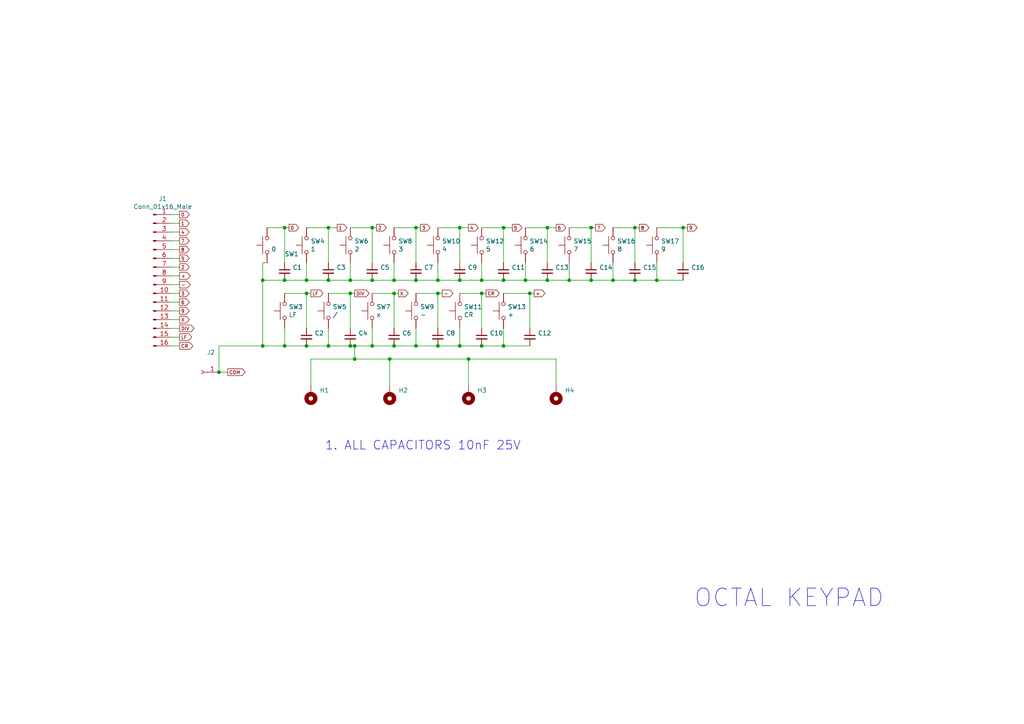
<source format=kicad_sch>
(kicad_sch (version 20211123) (generator eeschema)
  (paper "A4")
  (lib_symbols
    (symbol "Connector:Conn_01x01_Female" (pin_names (offset 1.016) hide)
      (property "Reference" "J" (at 0 2.54 0))
      (property "Value" "Conn_01x01_Female" (at 0 -2.54 0))
      (symbol "Conn_01x01_Female_1_1"
        (polyline (pts (xy -1.27 0) (xy -0.508 0)) (stroke (width 0.1524)))
        (arc (start 0 0.508) (mid -0.508 0) (end 0 -0.508) (stroke (width 0.1524)))
        (pin passive line (at -5.08 0 0) (length 3.81) (name "Pin_1") (number "1"))
      )
    )
    (symbol "Connector:Conn_01x16_Male" (pin_names (offset 1.016) hide)
      (property "Reference" "J" (at 0 20.32 0))
      (property "Value" "Conn_01x16_Male" (at 0 -22.86 0))
      (symbol "Conn_01x16_Male_1_1"
        (polyline (pts (xy 1.27 -20.32) (xy 0.8636 -20.32)) (stroke (width 0.1524)))
        (polyline (pts (xy 1.27 -17.78) (xy 0.8636 -17.78)) (stroke (width 0.1524)))
        (polyline (pts (xy 1.27 -15.24) (xy 0.8636 -15.24)) (stroke (width 0.1524)))
        (polyline (pts (xy 1.27 -12.7) (xy 0.8636 -12.7)) (stroke (width 0.1524)))
        (polyline (pts (xy 1.27 -10.16) (xy 0.8636 -10.16)) (stroke (width 0.1524)))
        (polyline (pts (xy 1.27 -7.62) (xy 0.8636 -7.62)) (stroke (width 0.1524)))
        (polyline (pts (xy 1.27 -5.08) (xy 0.8636 -5.08)) (stroke (width 0.1524)))
        (polyline (pts (xy 1.27 -2.54) (xy 0.8636 -2.54)) (stroke (width 0.1524)))
        (polyline (pts (xy 1.27 0) (xy 0.8636 0)) (stroke (width 0.1524)))
        (polyline (pts (xy 1.27 2.54) (xy 0.8636 2.54)) (stroke (width 0.1524)))
        (polyline (pts (xy 1.27 5.08) (xy 0.8636 5.08)) (stroke (width 0.1524)))
        (polyline (pts (xy 1.27 7.62) (xy 0.8636 7.62)) (stroke (width 0.1524)))
        (polyline (pts (xy 1.27 10.16) (xy 0.8636 10.16)) (stroke (width 0.1524)))
        (polyline (pts (xy 1.27 12.7) (xy 0.8636 12.7)) (stroke (width 0.1524)))
        (polyline (pts (xy 1.27 15.24) (xy 0.8636 15.24)) (stroke (width 0.1524)))
        (polyline (pts (xy 1.27 17.78) (xy 0.8636 17.78)) (stroke (width 0.1524)))
        (rectangle (start 0.8636 -20.193) (end 0 -20.447) (stroke (width 0.1524)) (fill (type outline)))
        (rectangle (start 0.8636 -17.653) (end 0 -17.907) (stroke (width 0.1524)) (fill (type outline)))
        (rectangle (start 0.8636 -15.113) (end 0 -15.367) (stroke (width 0.1524)) (fill (type outline)))
        (rectangle (start 0.8636 -12.573) (end 0 -12.827) (stroke (width 0.1524)) (fill (type outline)))
        (rectangle (start 0.8636 -10.033) (end 0 -10.287) (stroke (width 0.1524)) (fill (type outline)))
        (rectangle (start 0.8636 -7.493) (end 0 -7.747) (stroke (width 0.1524)) (fill (type outline)))
        (rectangle (start 0.8636 -4.953) (end 0 -5.207) (stroke (width 0.1524)) (fill (type outline)))
        (rectangle (start 0.8636 -2.413) (end 0 -2.667) (stroke (width 0.1524)) (fill (type outline)))
        (rectangle (start 0.8636 0.127) (end 0 -0.127) (stroke (width 0.1524)) (fill (type outline)))
        (rectangle (start 0.8636 2.667) (end 0 2.413) (stroke (width 0.1524)) (fill (type outline)))
        (rectangle (start 0.8636 5.207) (end 0 4.953) (stroke (width 0.1524)) (fill (type outline)))
        (rectangle (start 0.8636 7.747) (end 0 7.493) (stroke (width 0.1524)) (fill (type outline)))
        (rectangle (start 0.8636 10.287) (end 0 10.033) (stroke (width 0.1524)) (fill (type outline)))
        (rectangle (start 0.8636 12.827) (end 0 12.573) (stroke (width 0.1524)) (fill (type outline)))
        (rectangle (start 0.8636 15.367) (end 0 15.113) (stroke (width 0.1524)) (fill (type outline)))
        (rectangle (start 0.8636 17.907) (end 0 17.653) (stroke (width 0.1524)) (fill (type outline)))
        (pin passive line (at 5.08 17.78 180) (length 3.81) (name "Pin_1") (number "1"))
        (pin passive line (at 5.08 -5.08 180) (length 3.81) (name "Pin_10") (number "10"))
        (pin passive line (at 5.08 -7.62 180) (length 3.81) (name "Pin_11") (number "11"))
        (pin passive line (at 5.08 -10.16 180) (length 3.81) (name "Pin_12") (number "12"))
        (pin passive line (at 5.08 -12.7 180) (length 3.81) (name "Pin_13") (number "13"))
        (pin passive line (at 5.08 -15.24 180) (length 3.81) (name "Pin_14") (number "14"))
        (pin passive line (at 5.08 -17.78 180) (length 3.81) (name "Pin_15") (number "15"))
        (pin passive line (at 5.08 -20.32 180) (length 3.81) (name "Pin_16") (number "16"))
        (pin passive line (at 5.08 15.24 180) (length 3.81) (name "Pin_2") (number "2"))
        (pin passive line (at 5.08 12.7 180) (length 3.81) (name "Pin_3") (number "3"))
        (pin passive line (at 5.08 10.16 180) (length 3.81) (name "Pin_4") (number "4"))
        (pin passive line (at 5.08 7.62 180) (length 3.81) (name "Pin_5") (number "5"))
        (pin passive line (at 5.08 5.08 180) (length 3.81) (name "Pin_6") (number "6"))
        (pin passive line (at 5.08 2.54 180) (length 3.81) (name "Pin_7") (number "7"))
        (pin passive line (at 5.08 0 180) (length 3.81) (name "Pin_8") (number "8"))
        (pin passive line (at 5.08 -2.54 180) (length 3.81) (name "Pin_9") (number "9"))
      )
    )
    (symbol "Device:C_Small" (pin_numbers hide) (pin_names (offset 0.254) hide)
      (property "Reference" "C" (at 0.254 1.778 0))
      (property "Value" "C_Small" (at 0.254 -2.032 0))
      (symbol "C_Small_0_1"
        (polyline (pts (xy -1.524 -0.508) (xy 1.524 -0.508)) (stroke (width 0.3302)))
        (polyline (pts (xy -1.524 0.508) (xy 1.524 0.508)) (stroke (width 0.3048)))
      )
      (symbol "C_Small_1_1"
        (pin passive line (at 0 2.54 270) (length 2.032) (name "~") (number "1"))
        (pin passive line (at 0 -2.54 90) (length 2.032) (name "~") (number "2"))
      )
    )
    (symbol "Mechanical:MountingHole_Pad" (pin_numbers hide) (pin_names (offset 1.016) hide)
      (property "Reference" "H" (at 0 6.35 0))
      (property "Value" "MountingHole_Pad" (at 0 4.445 0))
      (symbol "MountingHole_Pad_0_1"
        (circle (center 0 1.27) (radius 1.27) (stroke (width 1.27)))
      )
      (symbol "MountingHole_Pad_1_1"
        (pin input line (at 0 -2.54 90) (length 2.54) (name "1") (number "1"))
      )
    )
    (symbol "Switch:SW_Push" (pin_numbers hide) (pin_names (offset 1.016) hide)
      (property "Reference" "SW" (at 1.27 2.54 0))
      (property "Value" "SW_Push" (at 0 -1.524 0))
      (symbol "SW_Push_0_1"
        (circle (center -2.032 0) (radius 0.508))
        (polyline (pts (xy 0 1.27) (xy 0 3.048)))
        (polyline (pts (xy 2.54 1.27) (xy -2.54 1.27)))
        (circle (center 2.032 0) (radius 0.508))
        (pin passive line (at -5.08 0 0) (length 2.54) (name "1") (number "1"))
        (pin passive line (at 5.08 0 180) (length 2.54) (name "2") (number "2"))
      )
    )
  )
  (junction (at 171.45 66.04))
  (junction (at 152.4 81.28))
  (junction (at 135.89 104.14))
  (junction (at 88.9 100.33))
  (junction (at 171.45 81.28))
  (junction (at 114.3 85.09))
  (junction (at 127 85.09))
  (junction (at 146.05 66.04))
  (junction (at 95.25 66.04))
  (junction (at 133.35 81.28))
  (junction (at 88.9 81.28))
  (junction (at 102.87 100.33))
  (junction (at 95.25 81.28))
  (junction (at 107.95 81.28))
  (junction (at 139.7 85.09))
  (junction (at 120.65 81.28))
  (junction (at 184.15 66.04))
  (junction (at 88.9 85.09))
  (junction (at 82.55 81.28))
  (junction (at 113.03 104.14))
  (junction (at 101.6 85.09))
  (junction (at 114.3 100.33))
  (junction (at 158.75 66.04))
  (junction (at 101.6 81.28))
  (junction (at 165.1 81.28))
  (junction (at 153.67 85.09))
  (junction (at 82.55 100.33))
  (junction (at 82.55 66.04))
  (junction (at 76.2 81.28))
  (junction (at 146.05 100.33))
  (junction (at 184.15 81.28))
  (junction (at 198.12 66.04))
  (junction (at 95.25 100.33))
  (junction (at 158.75 81.28))
  (junction (at 114.3 81.28))
  (junction (at 127 100.33))
  (junction (at 101.6 100.33))
  (junction (at 102.87 104.14))
  (junction (at 127 81.28))
  (junction (at 107.95 100.33))
  (junction (at 120.65 66.04))
  (junction (at 133.35 100.33))
  (junction (at 107.95 66.04))
  (junction (at 120.65 100.33))
  (junction (at 177.8 81.28))
  (junction (at 76.2 100.33))
  (junction (at 133.35 66.04))
  (junction (at 190.5 81.28))
  (junction (at 139.7 81.28))
  (junction (at 139.7 100.33))
  (junction (at 146.05 81.28))
  (junction (at 63.5 107.95))
  (wire (pts (xy 161.29 104.14) (xy 161.29 111.76)))
  (wire (pts (xy 127 76.2) (xy 127 81.28)))
  (wire (pts (xy 120.65 85.09) (xy 127 85.09)))
  (wire (pts (xy 184.15 81.28) (xy 190.5 81.28)))
  (wire (pts (xy 171.45 66.04) (xy 172.72 66.04)))
  (wire (pts (xy 114.3 95.25) (xy 114.3 85.09)))
  (wire (pts (xy 49.53 85.09) (xy 52.07 85.09)))
  (wire (pts (xy 198.12 81.28) (xy 190.5 81.28)))
  (wire (pts (xy 158.75 66.04) (xy 161.29 66.04)))
  (wire (pts (xy 135.89 104.14) (xy 161.29 104.14)))
  (wire (pts (xy 127 85.09) (xy 128.27 85.09)))
  (wire (pts (xy 165.1 66.04) (xy 171.45 66.04)))
  (wire (pts (xy 133.35 66.04) (xy 135.89 66.04)))
  (wire (pts (xy 146.05 95.25) (xy 146.05 100.33)))
  (wire (pts (xy 90.17 111.76) (xy 90.17 104.14)))
  (wire (pts (xy 102.87 104.14) (xy 113.03 104.14)))
  (wire (pts (xy 133.35 81.28) (xy 127 81.28)))
  (wire (pts (xy 63.5 100.33) (xy 76.2 100.33)))
  (wire (pts (xy 76.2 76.2) (xy 77.47 76.2)))
  (wire (pts (xy 146.05 76.2) (xy 146.05 66.04)))
  (wire (pts (xy 146.05 81.28) (xy 152.4 81.28)))
  (wire (pts (xy 127 95.25) (xy 127 85.09)))
  (wire (pts (xy 127 66.04) (xy 133.35 66.04)))
  (wire (pts (xy 107.95 85.09) (xy 114.3 85.09)))
  (wire (pts (xy 139.7 76.2) (xy 139.7 81.28)))
  (wire (pts (xy 120.65 95.25) (xy 120.65 100.33)))
  (wire (pts (xy 49.53 97.79) (xy 52.07 97.79)))
  (wire (pts (xy 63.5 107.95) (xy 63.5 100.33)))
  (wire (pts (xy 133.35 100.33) (xy 127 100.33)))
  (wire (pts (xy 82.55 81.28) (xy 76.2 81.28)))
  (wire (pts (xy 101.6 76.2) (xy 101.6 81.28)))
  (wire (pts (xy 49.53 90.17) (xy 52.07 90.17)))
  (wire (pts (xy 152.4 66.04) (xy 158.75 66.04)))
  (wire (pts (xy 49.53 82.55) (xy 52.07 82.55)))
  (wire (pts (xy 113.03 104.14) (xy 113.03 111.76)))
  (wire (pts (xy 107.95 95.25) (xy 107.95 100.33)))
  (wire (pts (xy 139.7 66.04) (xy 146.05 66.04)))
  (wire (pts (xy 184.15 66.04) (xy 185.42 66.04)))
  (wire (pts (xy 114.3 81.28) (xy 107.95 81.28)))
  (wire (pts (xy 139.7 85.09) (xy 140.97 85.09)))
  (wire (pts (xy 190.5 66.04) (xy 198.12 66.04)))
  (wire (pts (xy 49.53 100.33) (xy 52.07 100.33)))
  (wire (pts (xy 83.82 66.04) (xy 82.55 66.04)))
  (wire (pts (xy 76.2 100.33) (xy 76.2 81.28)))
  (wire (pts (xy 107.95 76.2) (xy 107.95 66.04)))
  (wire (pts (xy 198.12 66.04) (xy 199.39 66.04)))
  (wire (pts (xy 158.75 81.28) (xy 165.1 81.28)))
  (wire (pts (xy 135.89 104.14) (xy 113.03 104.14)))
  (wire (pts (xy 120.65 100.33) (xy 114.3 100.33)))
  (wire (pts (xy 95.25 100.33) (xy 101.6 100.33)))
  (wire (pts (xy 153.67 85.09) (xy 154.94 85.09)))
  (wire (pts (xy 49.53 80.01) (xy 52.07 80.01)))
  (wire (pts (xy 82.55 76.2) (xy 82.55 66.04)))
  (wire (pts (xy 177.8 76.2) (xy 177.8 81.28)))
  (wire (pts (xy 88.9 100.33) (xy 82.55 100.33)))
  (wire (pts (xy 107.95 66.04) (xy 109.22 66.04)))
  (wire (pts (xy 177.8 81.28) (xy 184.15 81.28)))
  (wire (pts (xy 49.53 77.47) (xy 52.07 77.47)))
  (wire (pts (xy 88.9 66.04) (xy 95.25 66.04)))
  (wire (pts (xy 49.53 92.71) (xy 52.07 92.71)))
  (wire (pts (xy 139.7 95.25) (xy 139.7 85.09)))
  (wire (pts (xy 88.9 85.09) (xy 90.17 85.09)))
  (wire (pts (xy 49.53 62.23) (xy 52.07 62.23)))
  (wire (pts (xy 49.53 72.39) (xy 52.07 72.39)))
  (wire (pts (xy 49.53 95.25) (xy 52.07 95.25)))
  (wire (pts (xy 133.35 76.2) (xy 133.35 66.04)))
  (wire (pts (xy 95.25 85.09) (xy 101.6 85.09)))
  (wire (pts (xy 127 100.33) (xy 120.65 100.33)))
  (wire (pts (xy 90.17 104.14) (xy 102.87 104.14)))
  (wire (pts (xy 101.6 66.04) (xy 107.95 66.04)))
  (wire (pts (xy 165.1 76.2) (xy 165.1 81.28)))
  (wire (pts (xy 114.3 85.09) (xy 115.57 85.09)))
  (wire (pts (xy 49.53 67.31) (xy 52.07 67.31)))
  (wire (pts (xy 114.3 76.2) (xy 114.3 81.28)))
  (wire (pts (xy 139.7 100.33) (xy 133.35 100.33)))
  (wire (pts (xy 95.25 95.25) (xy 95.25 100.33)))
  (wire (pts (xy 139.7 81.28) (xy 146.05 81.28)))
  (wire (pts (xy 101.6 81.28) (xy 95.25 81.28)))
  (wire (pts (xy 49.53 87.63) (xy 52.07 87.63)))
  (wire (pts (xy 95.25 81.28) (xy 88.9 81.28)))
  (wire (pts (xy 158.75 76.2) (xy 158.75 66.04)))
  (wire (pts (xy 152.4 76.2) (xy 152.4 81.28)))
  (wire (pts (xy 114.3 100.33) (xy 107.95 100.33)))
  (wire (pts (xy 153.67 95.25) (xy 153.67 85.09)))
  (wire (pts (xy 171.45 76.2) (xy 171.45 66.04)))
  (wire (pts (xy 88.9 95.25) (xy 88.9 85.09)))
  (wire (pts (xy 146.05 85.09) (xy 153.67 85.09)))
  (wire (pts (xy 120.65 66.04) (xy 121.92 66.04)))
  (wire (pts (xy 88.9 81.28) (xy 82.55 81.28)))
  (wire (pts (xy 95.25 66.04) (xy 97.79 66.04)))
  (wire (pts (xy 49.53 74.93) (xy 52.07 74.93)))
  (wire (pts (xy 146.05 66.04) (xy 148.59 66.04)))
  (wire (pts (xy 101.6 95.25) (xy 101.6 85.09)))
  (wire (pts (xy 133.35 95.25) (xy 133.35 100.33)))
  (wire (pts (xy 114.3 66.04) (xy 120.65 66.04)))
  (wire (pts (xy 82.55 95.25) (xy 82.55 100.33)))
  (wire (pts (xy 107.95 81.28) (xy 101.6 81.28)))
  (wire (pts (xy 82.55 85.09) (xy 88.9 85.09)))
  (wire (pts (xy 198.12 76.2) (xy 198.12 66.04)))
  (wire (pts (xy 135.89 111.76) (xy 135.89 104.14)))
  (wire (pts (xy 133.35 85.09) (xy 139.7 85.09)))
  (wire (pts (xy 165.1 81.28) (xy 171.45 81.28)))
  (wire (pts (xy 82.55 66.04) (xy 77.47 66.04)))
  (wire (pts (xy 177.8 66.04) (xy 184.15 66.04)))
  (wire (pts (xy 120.65 81.28) (xy 114.3 81.28)))
  (wire (pts (xy 95.25 76.2) (xy 95.25 66.04)))
  (wire (pts (xy 49.53 64.77) (xy 52.07 64.77)))
  (wire (pts (xy 76.2 81.28) (xy 76.2 76.2)))
  (wire (pts (xy 102.87 104.14) (xy 102.87 100.33)))
  (wire (pts (xy 127 81.28) (xy 120.65 81.28)))
  (wire (pts (xy 49.53 69.85) (xy 52.07 69.85)))
  (wire (pts (xy 66.04 107.95) (xy 63.5 107.95)))
  (wire (pts (xy 82.55 100.33) (xy 76.2 100.33)))
  (wire (pts (xy 146.05 100.33) (xy 139.7 100.33)))
  (wire (pts (xy 95.25 100.33) (xy 88.9 100.33)))
  (wire (pts (xy 101.6 85.09) (xy 102.87 85.09)))
  (wire (pts (xy 171.45 81.28) (xy 177.8 81.28)))
  (wire (pts (xy 153.67 100.33) (xy 146.05 100.33)))
  (wire (pts (xy 139.7 81.28) (xy 133.35 81.28)))
  (wire (pts (xy 101.6 100.33) (xy 102.87 100.33)))
  (wire (pts (xy 184.15 66.04) (xy 184.15 76.2)))
  (wire (pts (xy 88.9 76.2) (xy 88.9 81.28)))
  (wire (pts (xy 190.5 76.2) (xy 190.5 81.28)))
  (wire (pts (xy 152.4 81.28) (xy 158.75 81.28)))
  (wire (pts (xy 120.65 76.2) (xy 120.65 66.04)))
  (wire (pts (xy 102.87 100.33) (xy 107.95 100.33)))
  (text "OCTAL KEYPAD" (at 256.54 176.53 180) (effects (font (size 5.08 5.08)) (justify right bottom)))
  (text "1. ALL CAPACITORS 10nF 25V" (at 151.13 130.81 180) (effects (font (size 2.54 2.54)) (justify right bottom)))
  (global_label "3" (shape output) (at 121.92 66.04 0) (effects (font (size 0.9906 0.9906))) (property "Intersheet References" "${INTERSHEET_REFS}" (effects hide)))
  (global_label "LF" (shape output) (at 90.17 85.09 0) (effects (font (size 0.9906 0.9906))) (property "Intersheet References" "${INTERSHEET_REFS}" (effects hide)))
  (global_label "2" (shape output) (at 109.22 66.04 0) (effects (font (size 0.9906 0.9906))) (property "Intersheet References" "${INTERSHEET_REFS}" (effects hide)))
  (global_label "CR" (shape output) (at 140.97 85.09 0) (effects (font (size 0.9906 0.9906))) (property "Intersheet References" "${INTERSHEET_REFS}" (effects hide)))
  (global_label "4" (shape output) (at 135.89 66.04 0) (effects (font (size 0.9906 0.9906))) (property "Intersheet References" "${INTERSHEET_REFS}" (effects hide)))
  (global_label "-" (shape output) (at 128.27 85.09 0) (effects (font (size 0.9906 0.9906))) (property "Intersheet References" "${INTERSHEET_REFS}" (effects hide)))
  (global_label "9" (shape output) (at 199.39 66.04 0) (effects (font (size 0.9906 0.9906))) (property "Intersheet References" "${INTERSHEET_REFS}" (effects hide)))
  (global_label "+" (shape output) (at 52.07 80.01 0) (effects (font (size 0.9906 0.9906))) (property "Intersheet References" "${INTERSHEET_REFS}" (effects hide)))
  (global_label "2" (shape output) (at 52.07 77.47 0) (effects (font (size 0.9906 0.9906))) (property "Intersheet References" "${INTERSHEET_REFS}" (effects hide)))
  (global_label "7" (shape output) (at 52.07 69.85 0) (effects (font (size 0.9906 0.9906))) (property "Intersheet References" "${INTERSHEET_REFS}" (effects hide)))
  (global_label "7" (shape output) (at 172.72 66.04 0) (effects (font (size 0.9906 0.9906))) (property "Intersheet References" "${INTERSHEET_REFS}" (effects hide)))
  (global_label "3" (shape output) (at 52.07 85.09 0) (effects (font (size 0.9906 0.9906))) (property "Intersheet References" "${INTERSHEET_REFS}" (effects hide)))
  (global_label "DIV" (shape output) (at 102.87 85.09 0) (effects (font (size 0.9906 0.9906))) (property "Intersheet References" "${INTERSHEET_REFS}" (effects hide)))
  (global_label "1" (shape output) (at 97.79 66.04 0) (effects (font (size 0.9906 0.9906))) (property "Intersheet References" "${INTERSHEET_REFS}" (effects hide)))
  (global_label "CR" (shape output) (at 52.07 100.33 0) (effects (font (size 0.9906 0.9906))) (property "Intersheet References" "${INTERSHEET_REFS}" (effects hide)))
  (global_label "6" (shape output) (at 52.07 87.63 0) (effects (font (size 0.9906 0.9906))) (property "Intersheet References" "${INTERSHEET_REFS}" (effects hide)))
  (global_label "8" (shape output) (at 52.07 72.39 0) (effects (font (size 0.9906 0.9906))) (property "Intersheet References" "${INTERSHEET_REFS}" (effects hide)))
  (global_label "9" (shape output) (at 52.07 90.17 0) (effects (font (size 0.9906 0.9906))) (property "Intersheet References" "${INTERSHEET_REFS}" (effects hide)))
  (global_label "DIV" (shape output) (at 52.07 95.25 0) (effects (font (size 0.9906 0.9906))) (property "Intersheet References" "${INTERSHEET_REFS}" (effects hide)))
  (global_label "LF" (shape output) (at 52.07 97.79 0) (effects (font (size 0.9906 0.9906))) (property "Intersheet References" "${INTERSHEET_REFS}" (effects hide)))
  (global_label "5" (shape output) (at 52.07 74.93 0) (effects (font (size 0.9906 0.9906))) (property "Intersheet References" "${INTERSHEET_REFS}" (effects hide)))
  (global_label "6" (shape output) (at 161.29 66.04 0) (effects (font (size 0.9906 0.9906))) (property "Intersheet References" "${INTERSHEET_REFS}" (effects hide)))
  (global_label "+" (shape output) (at 154.94 85.09 0) (effects (font (size 0.9906 0.9906))) (property "Intersheet References" "${INTERSHEET_REFS}" (effects hide)))
  (global_label "X" (shape output) (at 52.07 92.71 0) (effects (font (size 0.9906 0.9906))) (property "Intersheet References" "${INTERSHEET_REFS}" (effects hide)))
  (global_label "-" (shape output) (at 52.07 82.55 0) (effects (font (size 0.9906 0.9906))) (property "Intersheet References" "${INTERSHEET_REFS}" (effects hide)))
  (global_label "0" (shape output) (at 52.07 62.23 0) (effects (font (size 0.9906 0.9906))) (property "Intersheet References" "${INTERSHEET_REFS}" (effects hide)))
  (global_label "5" (shape output) (at 148.59 66.04 0) (effects (font (size 0.9906 0.9906))) (property "Intersheet References" "${INTERSHEET_REFS}" (effects hide)))
  (global_label "0" (shape output) (at 83.82 66.04 0) (effects (font (size 0.9906 0.9906))) (property "Intersheet References" "${INTERSHEET_REFS}" (effects hide)))
  (global_label "COM" (shape output) (at 66.04 107.95 0) (effects (font (size 0.9906 0.9906))) (property "Intersheet References" "${INTERSHEET_REFS}" (effects hide)))
  (global_label "1" (shape output) (at 52.07 64.77 0) (effects (font (size 0.9906 0.9906))) (property "Intersheet References" "${INTERSHEET_REFS}" (effects hide)))
  (global_label "4" (shape output) (at 52.07 67.31 0) (effects (font (size 0.9906 0.9906))) (property "Intersheet References" "${INTERSHEET_REFS}" (effects hide)))
  (global_label "X" (shape output) (at 115.57 85.09 0) (effects (font (size 0.9906 0.9906))) (property "Intersheet References" "${INTERSHEET_REFS}" (effects hide)))
  (global_label "8" (shape output) (at 185.42 66.04 0) (effects (font (size 0.9906 0.9906))) (property "Intersheet References" "${INTERSHEET_REFS}" (effects hide)))
  (symbol (lib_id "Switch:SW_Push") (at 77.47 71.12 90) (unit 1)
    (property "Reference" "SW1" (at 82.55 73.66 90) (effects (justify right)))
    (property "Value" "0" (at 78.6892 72.263 90) (effects (justify right)))
    (property "Footprint" "Button_Switch_Keyboard:SW_Cherry_MX_1.00u_PCB" (effects hide))
  )
  (symbol (lib_id "Switch:SW_Push") (at 88.9 71.12 90) (unit 1)
    (property "Reference" "SW4" (at 90.1192 69.9516 90) (effects (justify right)))
    (property "Value" "1" (at 90.1192 72.263 90) (effects (justify right)))
    (property "Footprint" "Button_Switch_Keyboard:SW_Cherry_MX_1.00u_PCB" (effects hide))
  )
  (symbol (lib_id "Switch:SW_Push") (at 101.6 71.12 90) (unit 1)
    (property "Reference" "SW6" (at 102.8192 69.9516 90) (effects (justify right)))
    (property "Value" "2" (at 102.8192 72.263 90) (effects (justify right)))
    (property "Footprint" "Button_Switch_Keyboard:SW_Cherry_MX_1.00u_PCB" (effects hide))
  )
  (symbol (lib_id "Switch:SW_Push") (at 114.3 71.12 90) (unit 1)
    (property "Reference" "SW8" (at 115.5192 69.9516 90) (effects (justify right)))
    (property "Value" "3" (at 115.5192 72.263 90) (effects (justify right)))
    (property "Footprint" "Button_Switch_Keyboard:SW_Cherry_MX_1.00u_PCB" (effects hide))
  )
  (symbol (lib_id "Switch:SW_Push") (at 127 71.12 90) (unit 1)
    (property "Reference" "SW10" (at 128.2192 69.9516 90) (effects (justify right)))
    (property "Value" "4" (at 128.2192 72.263 90) (effects (justify right)))
    (property "Footprint" "Button_Switch_Keyboard:SW_Cherry_MX_1.00u_PCB" (effects hide))
  )
  (symbol (lib_id "Switch:SW_Push") (at 139.7 71.12 90) (unit 1)
    (property "Reference" "SW12" (at 140.9192 69.9516 90) (effects (justify right)))
    (property "Value" "5" (at 140.9192 72.263 90) (effects (justify right)))
    (property "Footprint" "Button_Switch_Keyboard:SW_Cherry_MX_1.00u_PCB" (effects hide))
  )
  (symbol (lib_id "Switch:SW_Push") (at 152.4 71.12 90) (unit 1)
    (property "Reference" "SW14" (at 153.6192 69.9516 90) (effects (justify right)))
    (property "Value" "6" (at 153.6192 72.263 90) (effects (justify right)))
    (property "Footprint" "Button_Switch_Keyboard:SW_Cherry_MX_1.00u_PCB" (effects hide))
  )
  (symbol (lib_id "Switch:SW_Push") (at 165.1 71.12 90) (unit 1)
    (property "Reference" "SW15" (at 166.3192 69.9516 90) (effects (justify right)))
    (property "Value" "7" (at 166.3192 72.263 90) (effects (justify right)))
    (property "Footprint" "Button_Switch_Keyboard:SW_Cherry_MX_1.00u_PCB" (effects hide))
  )
  (symbol (lib_id "Switch:SW_Push") (at 177.8 71.12 90) (unit 1)
    (property "Reference" "SW16" (at 179.0192 69.9516 90) (effects (justify right)))
    (property "Value" "8" (at 179.0192 72.263 90) (effects (justify right)))
    (property "Footprint" "Button_Switch_Keyboard:SW_Cherry_MX_1.00u_PCB" (effects hide))
  )
  (symbol (lib_id "Switch:SW_Push") (at 190.5 71.12 90) (unit 1)
    (property "Reference" "SW17" (at 191.7192 69.9516 90) (effects (justify right)))
    (property "Value" "9" (at 191.7192 72.263 90) (effects (justify right)))
    (property "Footprint" "Button_Switch_Keyboard:SW_Cherry_MX_1.00u_PCB" (effects hide))
  )
  (symbol (lib_id "Switch:SW_Push") (at 82.55 90.17 90) (unit 1)
    (property "Reference" "SW3" (at 83.7692 89.0016 90) (effects (justify right)))
    (property "Value" "LF" (at 83.7692 91.313 90) (effects (justify right)))
    (property "Footprint" "Button_Switch_Keyboard:SW_Cherry_MX_1.00u_PCB" (effects hide))
  )
  (symbol (lib_id "Switch:SW_Push") (at 95.25 90.17 90) (unit 1)
    (property "Reference" "SW5" (at 96.4692 89.0016 90) (effects (justify right)))
    (property "Value" "/" (at 96.4692 91.313 90) (effects (justify right)))
    (property "Footprint" "Button_Switch_Keyboard:SW_Cherry_MX_1.00u_PCB" (effects hide))
  )
  (symbol (lib_id "Switch:SW_Push") (at 107.95 90.17 90) (unit 1)
    (property "Reference" "SW7" (at 109.1692 89.0016 90) (effects (justify right)))
    (property "Value" "x" (at 109.1692 91.313 90) (effects (justify right)))
    (property "Footprint" "Button_Switch_Keyboard:SW_Cherry_MX_1.00u_PCB" (effects hide))
  )
  (symbol (lib_id "Switch:SW_Push") (at 120.65 90.17 90) (unit 1)
    (property "Reference" "SW9" (at 121.8692 89.0016 90) (effects (justify right)))
    (property "Value" "-" (at 121.8692 91.313 90) (effects (justify right)))
    (property "Footprint" "Button_Switch_Keyboard:SW_Cherry_MX_1.00u_PCB" (effects hide))
  )
  (symbol (lib_id "Switch:SW_Push") (at 133.35 90.17 90) (unit 1)
    (property "Reference" "SW11" (at 134.5692 89.0016 90) (effects (justify right)))
    (property "Value" "CR" (at 134.5692 91.313 90) (effects (justify right)))
    (property "Footprint" "Button_Switch_Keyboard:SW_Cherry_MX_1.00u_PCB" (effects hide))
  )
  (symbol (lib_id "Switch:SW_Push") (at 146.05 90.17 90) (unit 1)
    (property "Reference" "SW13" (at 147.2692 89.0016 90) (effects (justify right)))
    (property "Value" "+" (at 147.2692 91.313 90) (effects (justify right)))
    (property "Footprint" "Button_Switch_Keyboard:SW_Cherry_MX_1.00u_PCB" (effects hide))
  )
  (symbol (lib_id "Connector:Conn_01x16_Male") (at 44.45 80.01 0) (unit 1)
    (property "Reference" "J1" (at 47.1932 57.6326 0))
    (property "Value" "Conn_01x16_Male" (at 47.1932 59.944 0))
    (property "Footprint" "Connector_PinHeader_2.54mm:PinHeader_1x16_P2.54mm_Vertical" (effects hide))
  )
  (symbol (lib_id "Mechanical:MountingHole_Pad") (at 90.17 114.3 180) (unit 1)
    (property "Reference" "H1" (at 92.71 113.2078 0) (effects (justify right)))
    (property "Value" "MountingHole_Pad" (effects hide))
    (property "Footprint" "MountingHole:MountingHole_3.2mm_M3_Pad_Via" (effects hide))
  )
  (symbol (lib_id "Mechanical:MountingHole_Pad") (at 113.03 114.3 180) (unit 1)
    (property "Reference" "H2" (at 115.57 113.2078 0) (effects (justify right)))
    (property "Value" "MountingHole_Pad" (effects hide))
    (property "Footprint" "MountingHole:MountingHole_3.2mm_M3_Pad_Via" (effects hide))
  )
  (symbol (lib_id "Mechanical:MountingHole_Pad") (at 135.89 114.3 180) (unit 1)
    (property "Reference" "H3" (at 138.43 113.2078 0) (effects (justify right)))
    (property "Value" "MountingHole_Pad" (effects hide))
    (property "Footprint" "MountingHole:MountingHole_3.2mm_M3_Pad_Via" (effects hide))
  )
  (symbol (lib_id "Mechanical:MountingHole_Pad") (at 161.29 114.3 180) (unit 1)
    (property "Reference" "H4" (at 163.83 113.2078 0) (effects (justify right)))
    (property "Value" "MountingHole_Pad" (effects hide))
    (property "Footprint" "MountingHole:MountingHole_3.2mm_M3_Pad_Via" (effects hide))
  )
  (symbol (lib_id "Device:C_Small") (at 82.55 78.74 0) (unit 1)
    (property "Reference" "C1" (at 84.8868 77.5716 0) (effects (justify left)))
    (property "Value" "C_Small" (effects hide))
    (property "Footprint" "Capacitor_THT:C_Disc_D7.5mm_W2.5mm_P5.00mm" (effects hide))
  )
  (symbol (lib_id "Device:C_Small") (at 95.25 78.74 0) (unit 1)
    (property "Reference" "C3" (at 97.5868 77.5716 0) (effects (justify left)))
    (property "Value" "C_Small" (effects hide))
    (property "Footprint" "Capacitor_THT:C_Disc_D7.5mm_W2.5mm_P5.00mm" (effects hide))
  )
  (symbol (lib_id "Device:C_Small") (at 107.95 78.74 0) (unit 1)
    (property "Reference" "C5" (at 110.2868 77.5716 0) (effects (justify left)))
    (property "Value" "C_Small" (effects hide))
    (property "Footprint" "Capacitor_THT:C_Disc_D7.5mm_W2.5mm_P5.00mm" (effects hide))
  )
  (symbol (lib_id "Device:C_Small") (at 120.65 78.74 0) (unit 1)
    (property "Reference" "C7" (at 122.9868 77.5716 0) (effects (justify left)))
    (property "Value" "C_Small" (effects hide))
    (property "Footprint" "Capacitor_THT:C_Disc_D7.5mm_W2.5mm_P5.00mm" (effects hide))
  )
  (symbol (lib_id "Device:C_Small") (at 133.35 78.74 0) (unit 1)
    (property "Reference" "C9" (at 135.6868 77.5716 0) (effects (justify left)))
    (property "Value" "C_Small" (effects hide))
    (property "Footprint" "Capacitor_THT:C_Disc_D7.5mm_W2.5mm_P5.00mm" (effects hide))
  )
  (symbol (lib_id "Device:C_Small") (at 146.05 78.74 0) (unit 1)
    (property "Reference" "C11" (at 148.3868 77.5716 0) (effects (justify left)))
    (property "Value" "C_Small" (effects hide))
    (property "Footprint" "Capacitor_THT:C_Disc_D7.5mm_W2.5mm_P5.00mm" (effects hide))
  )
  (symbol (lib_id "Device:C_Small") (at 158.75 78.74 0) (unit 1)
    (property "Reference" "C13" (at 161.0868 77.5716 0) (effects (justify left)))
    (property "Value" "C_Small" (effects hide))
    (property "Footprint" "Capacitor_THT:C_Disc_D7.5mm_W2.5mm_P5.00mm" (effects hide))
  )
  (symbol (lib_id "Device:C_Small") (at 171.45 78.74 0) (unit 1)
    (property "Reference" "C14" (at 173.7868 77.5716 0) (effects (justify left)))
    (property "Value" "C_Small" (effects hide))
    (property "Footprint" "Capacitor_THT:C_Disc_D7.5mm_W2.5mm_P5.00mm" (effects hide))
  )
  (symbol (lib_id "Device:C_Small") (at 184.15 78.74 0) (unit 1)
    (property "Reference" "C15" (at 186.4868 77.5716 0) (effects (justify left)))
    (property "Value" "C_Small" (effects hide))
    (property "Footprint" "Capacitor_THT:C_Disc_D7.5mm_W2.5mm_P5.00mm" (effects hide))
  )
  (symbol (lib_id "Device:C_Small") (at 88.9 97.79 0) (unit 1)
    (property "Reference" "C2" (at 91.2368 96.6216 0) (effects (justify left)))
    (property "Value" "10nF" (effects hide))
    (property "Footprint" "Capacitor_THT:C_Disc_D7.5mm_W2.5mm_P5.00mm" (effects hide))
  )
  (symbol (lib_id "Device:C_Small") (at 101.6 97.79 0) (unit 1)
    (property "Reference" "C4" (at 103.9368 96.6216 0) (effects (justify left)))
    (property "Value" "C_Small" (effects hide))
    (property "Footprint" "Capacitor_THT:C_Disc_D7.5mm_W2.5mm_P5.00mm" (effects hide))
  )
  (symbol (lib_id "Device:C_Small") (at 114.3 97.79 0) (unit 1)
    (property "Reference" "C6" (at 116.6368 96.6216 0) (effects (justify left)))
    (property "Value" "C_Small" (effects hide))
    (property "Footprint" "Capacitor_THT:C_Disc_D7.5mm_W2.5mm_P5.00mm" (effects hide))
  )
  (symbol (lib_id "Device:C_Small") (at 127 97.79 0) (unit 1)
    (property "Reference" "C8" (at 129.3368 96.6216 0) (effects (justify left)))
    (property "Value" "C_Small" (effects hide))
    (property "Footprint" "Capacitor_THT:C_Disc_D7.5mm_W2.5mm_P5.00mm" (effects hide))
  )
  (symbol (lib_id "Device:C_Small") (at 139.7 97.79 0) (unit 1)
    (property "Reference" "C10" (at 142.0368 96.6216 0) (effects (justify left)))
    (property "Value" "C_Small" (effects hide))
    (property "Footprint" "Capacitor_THT:C_Disc_D7.5mm_W2.5mm_P5.00mm" (effects hide))
  )
  (symbol (lib_id "Device:C_Small") (at 198.12 78.74 0) (unit 1)
    (property "Reference" "C16" (at 200.4568 77.5716 0) (effects (justify left)))
    (property "Value" "C_Small" (effects hide))
    (property "Footprint" "Capacitor_THT:C_Disc_D7.5mm_W2.5mm_P5.00mm" (effects hide))
  )
  (symbol (lib_id "Device:C_Small") (at 153.67 97.79 0) (unit 1)
    (property "Reference" "C12" (at 156.0068 96.6216 0) (effects (justify left)))
    (property "Value" "C_Small" (effects hide))
    (property "Footprint" "Capacitor_THT:C_Disc_D7.5mm_W2.5mm_P5.00mm" (effects hide))
  )
  (symbol (lib_id "Connector:Conn_01x01_Female") (at 58.42 107.95 180) (unit 1)
    (property "Reference" "J2" (at 61.1632 102.235 0))
    (property "Value" "Conn_01x01_Female" (effects hide))
    (property "Footprint" "Connector_PinHeader_2.54mm:PinHeader_1x01_P2.54mm_Vertical" (effects hide))
  )
)
</source>
